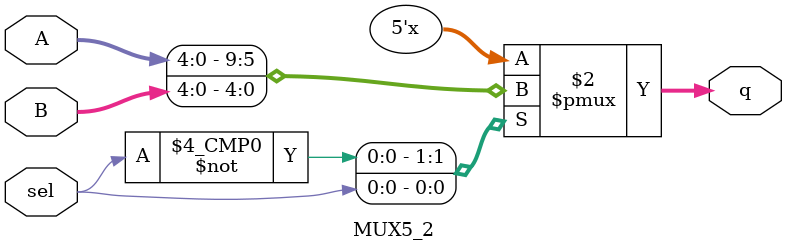
<source format=sv>
`timescale 1ns/1ns
module MUX32_2(input[31:0] A, B, input sel, output logic[31:0] q);
  always @(A, B, sel) begin
    q = 32'b0;
    case(sel)
      1'b0: q = A;
      1'b1: q = B;
    endcase
  end
endmodule

module MUX32_3(input[31:0] A, B, C, input[1:0] sel, output logic[31:0] q);
  always @(A, B, C, sel) begin
    q = 32'b0;
    case(sel)
      2'b0: q = A;
      2'b01: q = B;
      2'b10: q = C;
    endcase
  end
endmodule

module MUX5_2(input[4:0] A, B, input sel, output logic[4:0] q);
  always @(A, B, sel) begin
    q = 5'b0;
    case(sel)
      1'b0: q = A;
      1'b1: q = B;
    endcase
  end
endmodule

</source>
